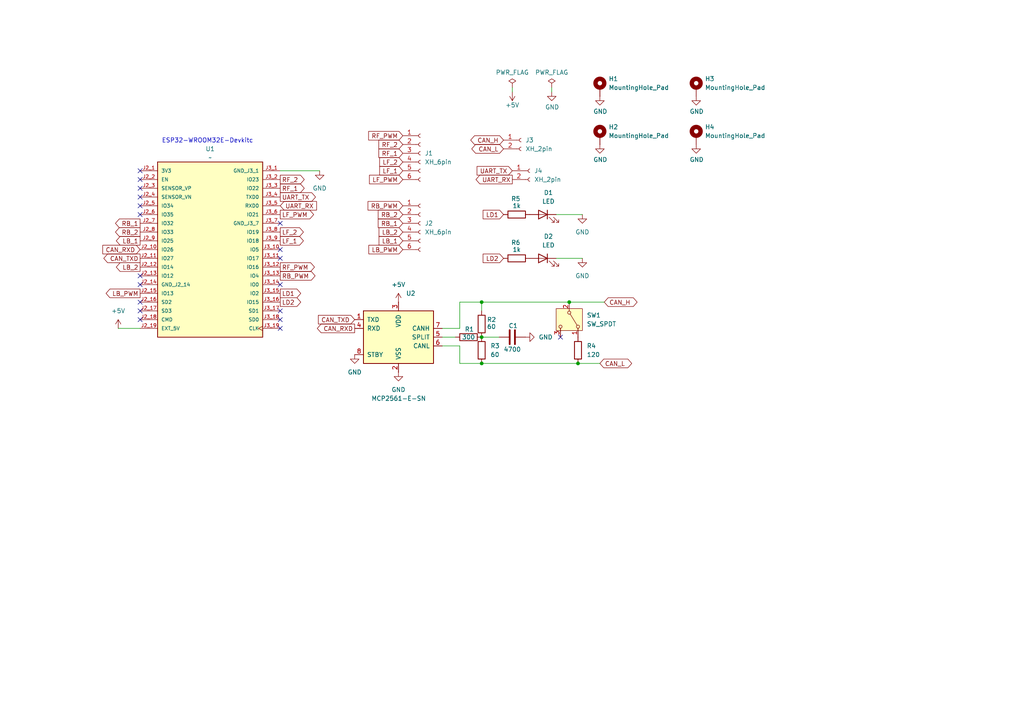
<source format=kicad_sch>
(kicad_sch (version 20231120) (generator "eeschema") (generator_version "8.0")
  (paper "A4")
  (title_block (date "2024-11-16") (company "RyutaroMasuda"))
  (lib_symbols
    (symbol "Connector:Conn_01x02_Socket" (pin_names (offset 1.016) hide)
      (property "Reference" "J" (at 0 2.54 0))
      (property "Value" "Conn_01x02_Socket" (at 0 -5.08 0))
      (symbol "Conn_01x02_Socket_1_1"
        (arc (start 0 -2.032) (mid -0.5058 -2.54) (end 0 -3.048) (stroke (width 0.1524)))
        (polyline (pts (xy -1.27 -2.54) (xy -0.508 -2.54)) (stroke (width 0.1524)))
        (polyline (pts (xy -1.27 0) (xy -0.508 0)) (stroke (width 0.1524)))
        (arc (start 0 0.508) (mid -0.5058 0) (end 0 -0.508) (stroke (width 0.1524)))
        (pin passive line (at -5.08 0 0) (length 3.81) (name "Pin_1") (number "1"))
        (pin passive line (at -5.08 -2.54 0) (length 3.81) (name "Pin_2") (number "2"))
      )
    )
    (symbol "Connector:Conn_01x06_Socket" (pin_names (offset 1.016) hide)
      (property "Reference" "J" (at 0 7.62 0))
      (property "Value" "Conn_01x06_Socket" (at 0 -10.16 0))
      (symbol "Conn_01x06_Socket_1_1"
        (arc (start 0 -7.112) (mid -0.5058 -7.62) (end 0 -8.128) (stroke (width 0.1524)))
        (arc (start 0 -4.572) (mid -0.5058 -5.08) (end 0 -5.588) (stroke (width 0.1524)))
        (arc (start 0 -2.032) (mid -0.5058 -2.54) (end 0 -3.048) (stroke (width 0.1524)))
        (polyline (pts (xy -1.27 -7.62) (xy -0.508 -7.62)) (stroke (width 0.1524)))
        (polyline (pts (xy -1.27 -5.08) (xy -0.508 -5.08)) (stroke (width 0.1524)))
        (polyline (pts (xy -1.27 -2.54) (xy -0.508 -2.54)) (stroke (width 0.1524)))
        (polyline (pts (xy -1.27 0) (xy -0.508 0)) (stroke (width 0.1524)))
        (polyline (pts (xy -1.27 2.54) (xy -0.508 2.54)) (stroke (width 0.1524)))
        (polyline (pts (xy -1.27 5.08) (xy -0.508 5.08)) (stroke (width 0.1524)))
        (arc (start 0 0.508) (mid -0.5058 0) (end 0 -0.508) (stroke (width 0.1524)))
        (arc (start 0 3.048) (mid -0.5058 2.54) (end 0 2.032) (stroke (width 0.1524)))
        (arc (start 0 5.588) (mid -0.5058 5.08) (end 0 4.572) (stroke (width 0.1524)))
        (pin passive line (at -5.08 5.08 0) (length 3.81) (name "Pin_1") (number "1"))
        (pin passive line (at -5.08 2.54 0) (length 3.81) (name "Pin_2") (number "2"))
        (pin passive line (at -5.08 0 0) (length 3.81) (name "Pin_3") (number "3"))
        (pin passive line (at -5.08 -2.54 0) (length 3.81) (name "Pin_4") (number "4"))
        (pin passive line (at -5.08 -5.08 0) (length 3.81) (name "Pin_5") (number "5"))
        (pin passive line (at -5.08 -7.62 0) (length 3.81) (name "Pin_6") (number "6"))
      )
    )
    (symbol "Device:C" (pin_numbers hide) (pin_names (offset 0.254))
      (property "Reference" "C" (at 0.635 2.54 0))
      (property "Value" "C" (at 0.635 -2.54 0))
      (symbol "C_0_1"
        (polyline (pts (xy -2.032 -0.762) (xy 2.032 -0.762)) (stroke (width 0.508)))
        (polyline (pts (xy -2.032 0.762) (xy 2.032 0.762)) (stroke (width 0.508)))
      )
      (symbol "C_1_1"
        (pin passive line (at 0 3.81 270) (length 2.794) (name "~") (number "1"))
        (pin passive line (at 0 -3.81 90) (length 2.794) (name "~") (number "2"))
      )
    )
    (symbol "Device:LED" (pin_numbers hide) (pin_names (offset 1.016) hide)
      (property "Reference" "D" (at 0 2.54 0))
      (property "Value" "LED" (at 0 -2.54 0))
      (symbol "LED_0_1"
        (polyline (pts (xy -1.27 -1.27) (xy -1.27 1.27)) (stroke (width 0.254)))
        (polyline (pts (xy -1.27 0) (xy 1.27 0)))
        (polyline (pts (xy 1.27 -1.27) (xy 1.27 1.27) (xy -1.27 0) (xy 1.27 -1.27)) (stroke (width 0.254)))
        (polyline (pts (xy -3.048 -0.762) (xy -4.572 -2.286) (xy -3.81 -2.286) (xy -4.572 -2.286) (xy -4.572 -1.524)))
        (polyline (pts (xy -1.778 -0.762) (xy -3.302 -2.286) (xy -2.54 -2.286) (xy -3.302 -2.286) (xy -3.302 -1.524)))
      )
      (symbol "LED_1_1"
        (pin passive line (at -3.81 0 0) (length 2.54) (name "K") (number "1"))
        (pin passive line (at 3.81 0 180) (length 2.54) (name "A") (number "2"))
      )
    )
    (symbol "Device:R" (pin_numbers hide) (pin_names (offset 0))
      (property "Reference" "R" (at 2.032 0 90))
      (property "Value" "R" (at 0 0 90))
      (symbol "R_0_1"
        (rectangle (start -1.016 -2.54) (end 1.016 2.54) (stroke (width 0.254)))
      )
      (symbol "R_1_1"
        (pin passive line (at 0 3.81 270) (length 1.27) (name "~") (number "1"))
        (pin passive line (at 0 -3.81 90) (length 1.27) (name "~") (number "2"))
      )
    )
    (symbol "ESP32-DEVKITC-32E:ESP32-DEVKITC-32E" (pin_names (offset 1.016))
      (property "Reference" "U" (at -15.24 26.162 0))
      (property "Value" "ESP32-DEVKITC-32E" (at -15.24 -27.94 0))
      (symbol "ESP32-DEVKITC-32E_0_0"
        (rectangle (start -15.24 -25.4) (end 15.24 25.4) (stroke (width 0.254)) (fill (type background)))
        (pin power_in line (at -20.32 22.86 0) (length 5.08) (name "3V3") (number "J2_1"))
        (pin bidirectional line (at -20.32 0 0) (length 5.08) (name "IO26") (number "J2_10"))
        (pin bidirectional line (at -20.32 -2.54 0) (length 5.08) (name "IO27") (number "J2_11"))
        (pin bidirectional line (at -20.32 -5.08 0) (length 5.08) (name "IO14") (number "J2_12"))
        (pin bidirectional line (at -20.32 -7.62 0) (length 5.08) (name "IO12") (number "J2_13"))
        (pin power_in line (at -20.32 -10.16 0) (length 5.08) (name "GND_J2_14") (number "J2_14"))
        (pin bidirectional line (at -20.32 -12.7 0) (length 5.08) (name "IO13") (number "J2_15"))
        (pin bidirectional line (at -20.32 -15.24 0) (length 5.08) (name "SD2") (number "J2_16"))
        (pin bidirectional line (at -20.32 -17.78 0) (length 5.08) (name "SD3") (number "J2_17"))
        (pin bidirectional line (at -20.32 -20.32 0) (length 5.08) (name "CMD") (number "J2_18"))
        (pin power_in line (at -20.32 -22.86 0) (length 5.08) (name "EXT_5V") (number "J2_19"))
        (pin input line (at -20.32 20.32 0) (length 5.08) (name "EN") (number "J2_2"))
        (pin bidirectional line (at -20.32 17.78 0) (length 5.08) (name "SENSOR_VP") (number "J2_3"))
        (pin bidirectional line (at -20.32 15.24 0) (length 5.08) (name "SENSOR_VN") (number "J2_4"))
        (pin bidirectional line (at -20.32 12.7 0) (length 5.08) (name "IO34") (number "J2_5"))
        (pin bidirectional line (at -20.32 10.16 0) (length 5.08) (name "IO35") (number "J2_6"))
        (pin bidirectional line (at -20.32 7.62 0) (length 5.08) (name "IO32") (number "J2_7"))
        (pin bidirectional line (at -20.32 5.08 0) (length 5.08) (name "IO33") (number "J2_8"))
        (pin bidirectional line (at -20.32 2.54 0) (length 5.08) (name "IO25") (number "J2_9"))
        (pin power_in line (at 20.32 22.86 180) (length 5.08) (name "GND_J3_1") (number "J3_1"))
        (pin bidirectional line (at 20.32 0 180) (length 5.08) (name "IO5") (number "J3_10"))
        (pin bidirectional line (at 20.32 -2.54 180) (length 5.08) (name "IO17") (number "J3_11"))
        (pin bidirectional line (at 20.32 -5.08 180) (length 5.08) (name "IO16") (number "J3_12"))
        (pin bidirectional line (at 20.32 -7.62 180) (length 5.08) (name "IO4") (number "J3_13"))
        (pin bidirectional line (at 20.32 -10.16 180) (length 5.08) (name "IO0") (number "J3_14"))
        (pin bidirectional line (at 20.32 -12.7 180) (length 5.08) (name "IO2") (number "J3_15"))
        (pin bidirectional line (at 20.32 -15.24 180) (length 5.08) (name "IO15") (number "J3_16"))
        (pin bidirectional line (at 20.32 -17.78 180) (length 5.08) (name "SD1") (number "J3_17"))
        (pin bidirectional line (at 20.32 -20.32 180) (length 5.08) (name "SD0") (number "J3_18"))
        (pin bidirectional clock (at 20.32 -22.86 180) (length 5.08) (name "CLK") (number "J3_19"))
        (pin bidirectional line (at 20.32 20.32 180) (length 5.08) (name "IO23") (number "J3_2"))
        (pin bidirectional line (at 20.32 17.78 180) (length 5.08) (name "IO22") (number "J3_3"))
        (pin bidirectional line (at 20.32 15.24 180) (length 5.08) (name "TXD0") (number "J3_4"))
        (pin bidirectional line (at 20.32 12.7 180) (length 5.08) (name "RXD0") (number "J3_5"))
        (pin bidirectional line (at 20.32 10.16 180) (length 5.08) (name "IO21") (number "J3_6"))
        (pin power_in line (at 20.32 7.62 180) (length 5.08) (name "GND_J3_7") (number "J3_7"))
        (pin bidirectional line (at 20.32 5.08 180) (length 5.08) (name "IO19") (number "J3_8"))
        (pin bidirectional line (at 20.32 2.54 180) (length 5.08) (name "IO18") (number "J3_9"))
      )
    )
    (symbol "Interface_CAN_LIN:MCP2561-E-SN" (pin_names (offset 1.016))
      (property "Reference" "U" (at -10.16 8.89 0))
      (property "Value" "MCP2561-E-SN" (at 2.54 8.89 0))
      (symbol "MCP2561-E-SN_0_1"
        (rectangle (start -10.16 7.62) (end 10.16 -7.62) (stroke (width 0.254)) (fill (type background)))
      )
      (symbol "MCP2561-E-SN_1_1"
        (pin input line (at -12.7 5.08 0) (length 2.54) (name "TXD") (number "1"))
        (pin power_in line (at 0 -10.16 90) (length 2.54) (name "VSS") (number "2"))
        (pin power_in line (at 0 10.16 270) (length 2.54) (name "VDD") (number "3"))
        (pin output line (at -12.7 2.54 0) (length 2.54) (name "RXD") (number "4"))
        (pin passive line (at 12.7 0 180) (length 2.54) (name "SPLIT") (number "5"))
        (pin bidirectional line (at 12.7 -2.54 180) (length 2.54) (name "CANL") (number "6"))
        (pin bidirectional line (at 12.7 2.54 180) (length 2.54) (name "CANH") (number "7"))
        (pin input line (at -12.7 -5.08 0) (length 2.54) (name "STBY") (number "8"))
      )
    )
    (symbol "Mechanical:MountingHole_Pad" (pin_numbers hide) (pin_names (offset 1.016) hide)
      (property "Reference" "H" (at 0 6.35 0))
      (property "Value" "MountingHole_Pad" (at 0 4.445 0))
      (symbol "MountingHole_Pad_0_1"
        (circle (center 0 1.27) (radius 1.27) (stroke (width 1.27)))
      )
      (symbol "MountingHole_Pad_1_1"
        (pin input line (at 0 -2.54 90) (length 2.54) (name "1") (number "1"))
      )
    )
    (symbol "Switch:SW_SPDT" (pin_names (offset 0) hide)
      (property "Reference" "SW" (at 0 5.08 0))
      (property "Value" "SW_SPDT" (at 0 -5.08 0))
      (symbol "SW_SPDT_0_1"
        (circle (center -2.032 0) (radius 0.4572))
        (polyline (pts (xy -1.651 0.254) (xy 1.651 2.286)))
        (circle (center 2.032 -2.54) (radius 0.4572))
        (circle (center 2.032 2.54) (radius 0.4572))
      )
      (symbol "SW_SPDT_1_1"
        (rectangle (start -3.175 3.81) (end 3.175 -3.81) (fill (type background)))
        (pin passive line (at 5.08 2.54 180) (length 2.54) (name "A") (number "1"))
        (pin passive line (at -5.08 0 0) (length 2.54) (name "B") (number "2"))
        (pin passive line (at 5.08 -2.54 180) (length 2.54) (name "C") (number "3"))
      )
    )
    (symbol "power:+5V" (power) (pin_numbers hide) (pin_names (offset 0) hide)
      (property "Value" "+5V" (at 0 3.556 0))
      (symbol "+5V_0_1"
        (polyline (pts (xy -0.762 1.27) (xy 0 2.54)))
        (polyline (pts (xy 0 0) (xy 0 2.54)))
        (polyline (pts (xy 0 2.54) (xy 0.762 1.27)))
      )
      (symbol "+5V_1_1"
        (pin power_in line (at 0 0 90) (length 0) (name "~") (number "1"))
      )
    )
    (symbol "power:GND" (power) (pin_numbers hide) (pin_names (offset 0) hide)
      (property "Value" "GND" (at 0 -3.81 0))
      (symbol "GND_0_1"
        (polyline (pts (xy 0 0) (xy 0 -1.27) (xy 1.27 -1.27) (xy 0 -2.54) (xy -1.27 -1.27) (xy 0 -1.27)))
      )
      (symbol "GND_1_1"
        (pin power_in line (at 0 0 270) (length 0) (name "~") (number "1"))
      )
    )
    (symbol "power:PWR_FLAG" (power) (pin_numbers hide) (pin_names (offset 0) hide)
      (property "Value" "PWR_FLAG" (at 0 3.81 0))
      (symbol "PWR_FLAG_0_0"
        (pin power_out line (at 0 0 90) (length 0) (name "pwr") (number "1"))
      )
      (symbol "PWR_FLAG_0_1"
        (polyline (pts (xy 0 0) (xy 0 1.27) (xy -1.016 1.905) (xy 0 2.54) (xy 1.016 1.905) (xy 0 1.27)))
      )
    )
  )
  (junction (at 165.1 87.63))
  (junction (at 167.64 105.41))
  (junction (at 139.7 105.41))
  (junction (at 139.7 87.63))
  (junction (at 139.7 97.79))
  (no_connect (at 40.64 62.23))
  (no_connect (at 162.56 97.79))
  (no_connect (at 40.64 49.53))
  (no_connect (at 40.64 57.15))
  (no_connect (at 40.64 52.07))
  (no_connect (at 81.28 74.93))
  (no_connect (at 40.64 90.17))
  (no_connect (at 81.28 64.77))
  (no_connect (at 40.64 87.63))
  (no_connect (at 40.64 54.61))
  (no_connect (at 81.28 82.55))
  (no_connect (at 40.64 59.69))
  (no_connect (at 40.64 82.55))
  (no_connect (at 81.28 90.17))
  (no_connect (at 40.64 92.71))
  (no_connect (at 40.64 80.01))
  (no_connect (at 81.28 95.25))
  (no_connect (at 81.28 72.39))
  (no_connect (at 81.28 92.71))
  (wire (pts (xy 34.29 95.25) (xy 40.64 95.25)))
  (wire (pts (xy 133.35 105.41) (xy 133.35 100.33)))
  (wire (pts (xy 173.99 105.41) (xy 167.64 105.41)))
  (wire (pts (xy 161.29 74.93) (xy 168.91 74.93)))
  (wire (pts (xy 139.7 97.79) (xy 144.78 97.79)))
  (wire (pts (xy 133.35 95.25) (xy 128.27 95.25)))
  (wire (pts (xy 167.64 105.41) (xy 139.7 105.41)))
  (wire (pts (xy 132.08 97.79) (xy 128.27 97.79)))
  (wire (pts (xy 81.28 49.53) (xy 92.71 49.53)))
  (wire (pts (xy 133.35 100.33) (xy 128.27 100.33)))
  (wire (pts (xy 139.7 105.41) (xy 133.35 105.41)))
  (wire (pts (xy 160.02 26.67) (xy 160.02 25.4)))
  (wire (pts (xy 175.26 87.63) (xy 165.1 87.63)))
  (wire (pts (xy 161.29 62.23) (xy 168.91 62.23)))
  (wire (pts (xy 139.7 87.63) (xy 139.7 90.17)))
  (wire (pts (xy 133.35 87.63) (xy 133.35 95.25)))
  (wire (pts (xy 139.7 87.63) (xy 133.35 87.63)))
  (wire (pts (xy 148.59 25.4) (xy 148.59 26.67)))
  (wire (pts (xy 139.7 87.63) (xy 165.1 87.63)))
  (text "ESP32-WROOM32E-Devkitc" (at 60.198 40.894 0) (effects (font (size 1.27 1.27))))
  (global_label "LB_1" (shape input) (at 116.84 69.85 180) (property "Intersheetrefs" "${INTERSHEET_REFS}" (effects (hide yes))))
  (global_label "CAN_L" (shape bidirectional) (at 173.99 105.41 0) (property "Intersheetrefs" "${INTERSHEET_REFS}" (effects (hide yes))))
  (global_label "RB_1" (shape input) (at 116.84 64.77 180) (property "Intersheetrefs" "${INTERSHEET_REFS}" (effects (hide yes))))
  (global_label "LD1" (shape input) (at 146.05 62.23 180) (property "Intersheetrefs" "${INTERSHEET_REFS}" (effects (hide yes))))
  (global_label "RF_PWM" (shape output) (at 81.28 77.47 0) (property "Intersheetrefs" "${INTERSHEET_REFS}" (effects (hide yes))))
  (global_label "LD2" (shape input) (at 146.05 74.93 180) (property "Intersheetrefs" "${INTERSHEET_REFS}" (effects (hide yes))))
  (global_label "CAN_RXD" (shape input) (at 40.64 72.39 180) (property "Intersheetrefs" "${INTERSHEET_REFS}" (effects (hide yes))))
  (global_label "RB_2" (shape output) (at 40.64 67.31 180) (property "Intersheetrefs" "${INTERSHEET_REFS}" (effects (hide yes))))
  (global_label "LB_1" (shape output) (at 40.64 69.85 180) (property "Intersheetrefs" "${INTERSHEET_REFS}" (effects (hide yes))))
  (global_label "RB_2" (shape input) (at 116.84 62.23 180) (property "Intersheetrefs" "${INTERSHEET_REFS}" (effects (hide yes))))
  (global_label "LB_2" (shape input) (at 116.84 67.31 180) (property "Intersheetrefs" "${INTERSHEET_REFS}" (effects (hide yes))))
  (global_label "LB_PWM" (shape input) (at 116.84 72.39 180) (property "Intersheetrefs" "${INTERSHEET_REFS}" (effects (hide yes))))
  (global_label "RB_1" (shape output) (at 40.64 64.77 180) (property "Intersheetrefs" "${INTERSHEET_REFS}" (effects (hide yes))))
  (global_label "UART_RX" (shape output) (at 148.59 52.07 180) (property "Intersheetrefs" "${INTERSHEET_REFS}" (effects (hide yes))))
  (global_label "LF_PWM" (shape output) (at 81.28 62.23 0) (property "Intersheetrefs" "${INTERSHEET_REFS}" (effects (hide yes))))
  (global_label "RF_2" (shape output) (at 81.28 52.07 0) (property "Intersheetrefs" "${INTERSHEET_REFS}" (effects (hide yes))))
  (global_label "LB_2" (shape output) (at 40.64 77.47 180) (property "Intersheetrefs" "${INTERSHEET_REFS}" (effects (hide yes))))
  (global_label "CAN_L" (shape bidirectional) (at 146.05 43.18 180) (property "Intersheetrefs" "${INTERSHEET_REFS}" (effects (hide yes))))
  (global_label "RB_PWM" (shape input) (at 116.84 59.69 180) (property "Intersheetrefs" "${INTERSHEET_REFS}" (effects (hide yes))))
  (global_label "RB_PWM" (shape output) (at 81.28 80.01 0) (property "Intersheetrefs" "${INTERSHEET_REFS}" (effects (hide yes))))
  (global_label "CAN_RXD" (shape output) (at 102.87 95.25 180) (property "Intersheetrefs" "${INTERSHEET_REFS}" (effects (hide yes))))
  (global_label "CAN_H" (shape bidirectional) (at 175.26 87.63 0) (property "Intersheetrefs" "${INTERSHEET_REFS}" (effects (hide yes))))
  (global_label "CAN_TXD" (shape input) (at 102.87 92.71 180) (property "Intersheetrefs" "${INTERSHEET_REFS}" (effects (hide yes))))
  (global_label "RF_2" (shape input) (at 116.84 41.91 180) (property "Intersheetrefs" "${INTERSHEET_REFS}" (effects (hide yes))))
  (global_label "LF_1" (shape input) (at 116.84 49.53 180) (property "Intersheetrefs" "${INTERSHEET_REFS}" (effects (hide yes))))
  (global_label "UART_RX" (shape input) (at 81.28 59.69 0) (property "Intersheetrefs" "${INTERSHEET_REFS}" (effects (hide yes))))
  (global_label "LD2" (shape output) (at 81.28 87.63 0) (property "Intersheetrefs" "${INTERSHEET_REFS}" (effects (hide yes))))
  (global_label "LF_2" (shape input) (at 116.84 46.99 180) (property "Intersheetrefs" "${INTERSHEET_REFS}" (effects (hide yes))))
  (global_label "CAN_TXD" (shape output) (at 40.64 74.93 180) (property "Intersheetrefs" "${INTERSHEET_REFS}" (effects (hide yes))))
  (global_label "CAN_H" (shape bidirectional) (at 146.05 40.64 180) (property "Intersheetrefs" "${INTERSHEET_REFS}" (effects (hide yes))))
  (global_label "LF_PWM" (shape input) (at 116.84 52.07 180) (property "Intersheetrefs" "${INTERSHEET_REFS}" (effects (hide yes))))
  (global_label "LF_1" (shape output) (at 81.28 69.85 0) (property "Intersheetrefs" "${INTERSHEET_REFS}" (effects (hide yes))))
  (global_label "RF_PWM" (shape input) (at 116.84 39.37 180) (property "Intersheetrefs" "${INTERSHEET_REFS}" (effects (hide yes))))
  (global_label "UART_TX" (shape input) (at 148.59 49.53 180) (property "Intersheetrefs" "${INTERSHEET_REFS}" (effects (hide yes))))
  (global_label "LF_2" (shape output) (at 81.28 67.31 0) (property "Intersheetrefs" "${INTERSHEET_REFS}" (effects (hide yes))))
  (global_label "LB_PWM" (shape output) (at 40.64 85.09 180) (property "Intersheetrefs" "${INTERSHEET_REFS}" (effects (hide yes))))
  (global_label "RF_1" (shape input) (at 116.84 44.45 180) (property "Intersheetrefs" "${INTERSHEET_REFS}" (effects (hide yes))))
  (global_label "UART_TX" (shape output) (at 81.28 57.15 0) (property "Intersheetrefs" "${INTERSHEET_REFS}" (effects (hide yes))))
  (global_label "RF_1" (shape output) (at 81.28 54.61 0) (property "Intersheetrefs" "${INTERSHEET_REFS}" (effects (hide yes))))
  (global_label "LD1" (shape output) (at 81.28 85.09 0) (property "Intersheetrefs" "${INTERSHEET_REFS}" (effects (hide yes))))
  (symbol (lib_id "Device:R") (at 139.7 93.98 0) (unit 1)
    (property "Reference" "R2" (at 141.224 92.71 0) (effects (justify left)))
    (property "Value" "60" (at 141.224 94.742 0) (effects (justify left)))
    (property "Footprint" "Resistor_SMD:R_0603_1608Metric" (effects (hide yes)))
    (property "Description" "Resistor" (effects (hide yes)))
  )
  (symbol (lib_id "power:GND") (at 201.93 27.94 0) (unit 1)
    (property "Reference" "#PWR011" (effects (hide yes)))
    (property "Value" "GND" (at 202.057 32.3342 0))
  )
  (symbol (lib_id "Device:R") (at 139.7 101.6 0) (unit 1)
    (property "Reference" "R3" (at 142.24 100.3299 0) (effects (justify left)))
    (property "Value" "60" (at 142.24 102.8699 0) (effects (justify left)))
    (property "Footprint" "Resistor_SMD:R_0603_1608Metric" (effects (hide yes)))
    (property "Description" "Resistor" (effects (hide yes)))
  )
  (symbol (lib_id "power:GND") (at 168.91 62.23 0) (unit 1)
    (property "Reference" "#PWR013" (effects (hide yes)))
    (property "Value" "GND" (at 168.91 67.31 0))
    (property "Description" "Power symbol creates a global label with name \"GND\" , ground" (effects (hide yes)))
  )
  (symbol (lib_id "power:GND") (at 160.02 26.67 0) (unit 1)
    (property "Reference" "#PWR08" (effects (hide yes)))
    (property "Value" "GND" (at 160.147 31.0642 0))
  )
  (symbol (lib_id "power:+5V") (at 148.59 26.67 180) (unit 1)
    (property "Reference" "#PWR07" (effects (hide yes)))
    (property "Value" "+5V" (at 148.59 30.48 0))
  )
  (symbol (lib_id "Connector:Conn_01x06_Socket") (at 121.92 64.77 0) (unit 1)
    (property "Reference" "J2" (at 123.19 64.7699 0) (effects (justify left)))
    (property "Value" "XH_6pin" (at 123.19 67.3099 0) (effects (justify left)))
    (property "Footprint" "Connector_JST:JST_XH_B6B-XH-A_1x06_P2.50mm_Vertical" (effects (hide yes)))
    (property "Description" "Generic connector, single row, 01x06, script generated" (effects (hide yes)))
  )
  (symbol (lib_id "Mechanical:MountingHole_Pad") (at 201.93 39.37 0) (unit 1)
    (property "Reference" "H4" (at 204.47 36.8299 0) (effects (justify left)))
    (property "Value" "MountingHole_Pad" (at 204.47 39.3699 0) (effects (justify left)))
    (property "Footprint" "MountingHole:MountingHole_3.2mm_M3_DIN965_Pad" (effects (hide yes)))
  )
  (symbol (lib_id "Device:LED") (at 157.48 74.93 0) (mirror y) (unit 1)
    (property "Reference" "D2" (at 159.0675 68.58 0))
    (property "Value" "LED" (at 159.0675 71.12 0))
    (property "Footprint" "LED_SMD:LED_0603_1608Metric" (effects (hide yes)))
    (property "Description" "Light emitting diode" (effects (hide yes)))
  )
  (symbol (lib_id "power:GND") (at 152.4 97.79 90) (unit 1)
    (property "Reference" "#PWR03" (effects (hide yes)))
    (property "Value" "GND" (at 156.21 97.7899 90) (effects (justify right)))
    (property "Description" "Power symbol creates a global label with name \"GND\" , ground" (effects (hide yes)))
  )
  (symbol (lib_id "Device:R") (at 135.89 97.79 90) (unit 1)
    (property "Reference" "R1" (at 136.144 95.504 90))
    (property "Value" "300" (at 135.89 97.79 90))
    (property "Footprint" "Resistor_SMD:R_0603_1608Metric" (effects (hide yes)))
    (property "Description" "Resistor" (effects (hide yes)))
  )
  (symbol (lib_id "Device:R") (at 167.64 101.6 0) (unit 1)
    (property "Reference" "R4" (at 170.18 100.3299 0) (effects (justify left)))
    (property "Value" "120" (at 170.18 102.8699 0) (effects (justify left)))
    (property "Footprint" "Resistor_SMD:R_0603_1608Metric" (effects (hide yes)))
    (property "Description" "Resistor" (effects (hide yes)))
  )
  (symbol (lib_id "power:GND") (at 168.91 74.93 0) (unit 1)
    (property "Reference" "#PWR014" (effects (hide yes)))
    (property "Value" "GND" (at 168.91 80.01 0))
    (property "Description" "Power symbol creates a global label with name \"GND\" , ground" (effects (hide yes)))
  )
  (symbol (lib_id "Device:LED") (at 157.48 62.23 0) (mirror y) (unit 1)
    (property "Reference" "D1" (at 159.0675 55.88 0))
    (property "Value" "LED" (at 159.0675 58.42 0))
    (property "Footprint" "LED_SMD:LED_0603_1608Metric" (effects (hide yes)))
    (property "Description" "Light emitting diode" (effects (hide yes)))
  )
  (symbol (lib_id "ESP32-DEVKITC-32E:ESP32-DEVKITC-32E") (at 60.96 72.39 0) (unit 1)
    (property "Reference" "U1" (at 60.96 43.18 0))
    (property "Value" "~" (at 60.96 45.72 0))
    (property "Footprint" "my_library:MODULE_ESP32-DEVKITC-32E" (effects (hide yes)))
    (property "PARTREV" "1.4" (effects (hide yes)))
    (property "STANDARD" "Manufacturer Recommendations" (effects (hide yes)))
    (property "MANUFACTURER" "Espressif Systems" (effects (hide yes)))
  )
  (symbol (lib_id "power:GND") (at 102.87 102.87 0) (unit 1)
    (property "Reference" "#PWR06" (effects (hide yes)))
    (property "Value" "GND" (at 102.87 107.95 0))
    (property "Description" "Power symbol creates a global label with name \"GND\" , ground" (effects (hide yes)))
  )
  (symbol (lib_id "power:PWR_FLAG") (at 160.02 25.4 0) (unit 1)
    (property "Reference" "#FLG02" (effects (hide yes)))
    (property "Value" "PWR_FLAG" (at 160.02 21.0058 0))
  )
  (symbol (lib_id "power:GND") (at 115.57 107.95 0) (unit 1)
    (property "Reference" "#PWR05" (effects (hide yes)))
    (property "Value" "GND" (at 115.57 113.03 0))
    (property "Description" "Power symbol creates a global label with name \"GND\" , ground" (effects (hide yes)))
  )
  (symbol (lib_id "power:GND") (at 201.93 41.91 0) (unit 1)
    (property "Reference" "#PWR012" (effects (hide yes)))
    (property "Value" "GND" (at 202.057 46.3042 0))
  )
  (symbol (lib_id "Mechanical:MountingHole_Pad") (at 173.99 25.4 0) (unit 1)
    (property "Reference" "H1" (at 176.53 22.8599 0) (effects (justify left)))
    (property "Value" "MountingHole_Pad" (at 176.53 25.3999 0) (effects (justify left)))
    (property "Footprint" "MountingHole:MountingHole_3.2mm_M3_DIN965_Pad" (effects (hide yes)))
  )
  (symbol (lib_id "Connector:Conn_01x02_Socket") (at 153.67 49.53 0) (unit 1)
    (property "Reference" "J4" (at 154.94 49.5299 0) (effects (justify left)))
    (property "Value" "XH_2pin" (at 154.94 52.0699 0) (effects (justify left)))
    (property "Footprint" "Connector_JST:JST_XH_B2B-XH-A_1x02_P2.50mm_Vertical" (effects (hide yes)))
    (property "Description" "Generic connector, single row, 01x02, script generated" (effects (hide yes)))
  )
  (symbol (lib_id "power:PWR_FLAG") (at 148.59 25.4 0) (unit 1)
    (property "Reference" "#FLG01" (effects (hide yes)))
    (property "Value" "PWR_FLAG" (at 148.59 21.0058 0))
  )
  (symbol (lib_id "power:+5V") (at 34.29 95.25 0) (unit 1)
    (property "Reference" "#PWR01" (effects (hide yes)))
    (property "Value" "+5V" (at 34.29 90.17 0))
    (property "Description" "Power symbol creates a global label with name \"+5V\"" (effects (hide yes)))
  )
  (symbol (lib_id "power:GND") (at 92.71 49.53 0) (unit 1)
    (property "Reference" "#PWR02" (effects (hide yes)))
    (property "Value" "GND" (at 92.71 54.61 0))
    (property "Description" "Power symbol creates a global label with name \"GND\" , ground" (effects (hide yes)))
  )
  (symbol (lib_id "Connector:Conn_01x06_Socket") (at 121.92 44.45 0) (unit 1)
    (property "Reference" "J1" (at 123.19 44.4499 0) (effects (justify left)))
    (property "Value" "XH_6pin" (at 123.19 46.9899 0) (effects (justify left)))
    (property "Footprint" "Connector_JST:JST_XH_B6B-XH-A_1x06_P2.50mm_Vertical" (effects (hide yes)))
    (property "Description" "Generic connector, single row, 01x06, script generated" (effects (hide yes)))
  )
  (symbol (lib_id "Switch:SW_SPDT") (at 165.1 92.71 270) (unit 1)
    (property "Reference" "SW1" (at 170.18 91.4399 90) (effects (justify left)))
    (property "Value" "SW_SPDT" (at 170.18 93.9799 90) (effects (justify left)))
    (property "Footprint" "Original:slide_SW" (effects (hide yes)))
    (property "Description" "Switch, single pole double throw" (effects (hide yes)))
  )
  (symbol (lib_id "Device:R") (at 149.86 74.93 90) (unit 1)
    (property "Reference" "R6" (at 149.606 70.358 90))
    (property "Value" "1k" (at 149.86 72.39 90))
    (property "Footprint" "Resistor_SMD:R_0603_1608Metric" (effects (hide yes)))
    (property "Description" "Resistor" (effects (hide yes)))
  )
  (symbol (lib_id "Device:R") (at 149.86 62.23 90) (unit 1)
    (property "Reference" "R5" (at 149.606 57.658 90))
    (property "Value" "1k" (at 149.86 59.69 90))
    (property "Footprint" "Resistor_SMD:R_0603_1608Metric" (effects (hide yes)))
    (property "Description" "Resistor" (effects (hide yes)))
  )
  (symbol (lib_id "Mechanical:MountingHole_Pad") (at 201.93 25.4 0) (unit 1)
    (property "Reference" "H3" (at 204.47 22.8599 0) (effects (justify left)))
    (property "Value" "MountingHole_Pad" (at 204.47 25.3999 0) (effects (justify left)))
    (property "Footprint" "MountingHole:MountingHole_3.2mm_M3_DIN965_Pad" (effects (hide yes)))
  )
  (symbol (lib_id "power:+5V") (at 115.57 87.63 0) (unit 1)
    (property "Reference" "#PWR04" (effects (hide yes)))
    (property "Value" "+5V" (at 115.57 82.55 0))
    (property "Description" "Power symbol creates a global label with name \"+5V\"" (effects (hide yes)))
  )
  (symbol (lib_id "Device:C") (at 148.59 97.79 90) (unit 1)
    (property "Reference" "C1" (at 148.844 94.488 90))
    (property "Value" "4700" (at 148.59 101.346 90))
    (property "Footprint" "Capacitor_SMD:C_0603_1608Metric" (effects (hide yes)))
    (property "Description" "Unpolarized capacitor" (effects (hide yes)))
  )
  (symbol (lib_id "power:GND") (at 173.99 27.94 0) (unit 1)
    (property "Reference" "#PWR09" (effects (hide yes)))
    (property "Value" "GND" (at 174.117 32.3342 0))
  )
  (symbol (lib_id "power:GND") (at 173.99 41.91 0) (unit 1)
    (property "Reference" "#PWR010" (effects (hide yes)))
    (property "Value" "GND" (at 174.117 46.3042 0))
  )
  (symbol (lib_id "Interface_CAN_LIN:MCP2561-E-SN") (at 115.57 97.79 0) (unit 1)
    (property "Reference" "U2" (at 117.7641 85.09 0) (effects (justify left)))
    (property "Value" "MCP2561-E-SN" (at 107.696 115.57 0) (effects (justify left)))
    (property "Footprint" "Package_SO:SOIC-8_3.9x4.9mm_P1.27mm" (effects (hide yes)))
    (property "Datasheet" "http://ww1.microchip.com/downloads/en/DeviceDoc/25167A.pdf" (effects (hide yes)))
    (property "Description" "High-Speed CAN Transceiver, 1Mbps, 5V supply, SPLIT pin, -40C to +125C, SOIC-8" (effects (hide yes)))
  )
  (symbol (lib_id "Connector:Conn_01x02_Socket") (at 151.13 40.64 0) (unit 1)
    (property "Reference" "J3" (at 152.4 40.6399 0) (effects (justify left)))
    (property "Value" "XH_2pin" (at 152.4 43.1799 0) (effects (justify left)))
    (property "Footprint" "Connector_JST:JST_XH_B2B-XH-A_1x02_P2.50mm_Vertical" (effects (hide yes)))
    (property "Description" "Generic connector, single row, 01x02, script generated" (effects (hide yes)))
  )
  (symbol (lib_id "Mechanical:MountingHole_Pad") (at 173.99 39.37 0) (unit 1)
    (property "Reference" "H2" (at 176.53 36.8299 0) (effects (justify left)))
    (property "Value" "MountingHole_Pad" (at 176.53 39.3699 0) (effects (justify left)))
    (property "Footprint" "MountingHole:MountingHole_3.2mm_M3_DIN965_Pad" (effects (hide yes)))
  )
)
</source>
